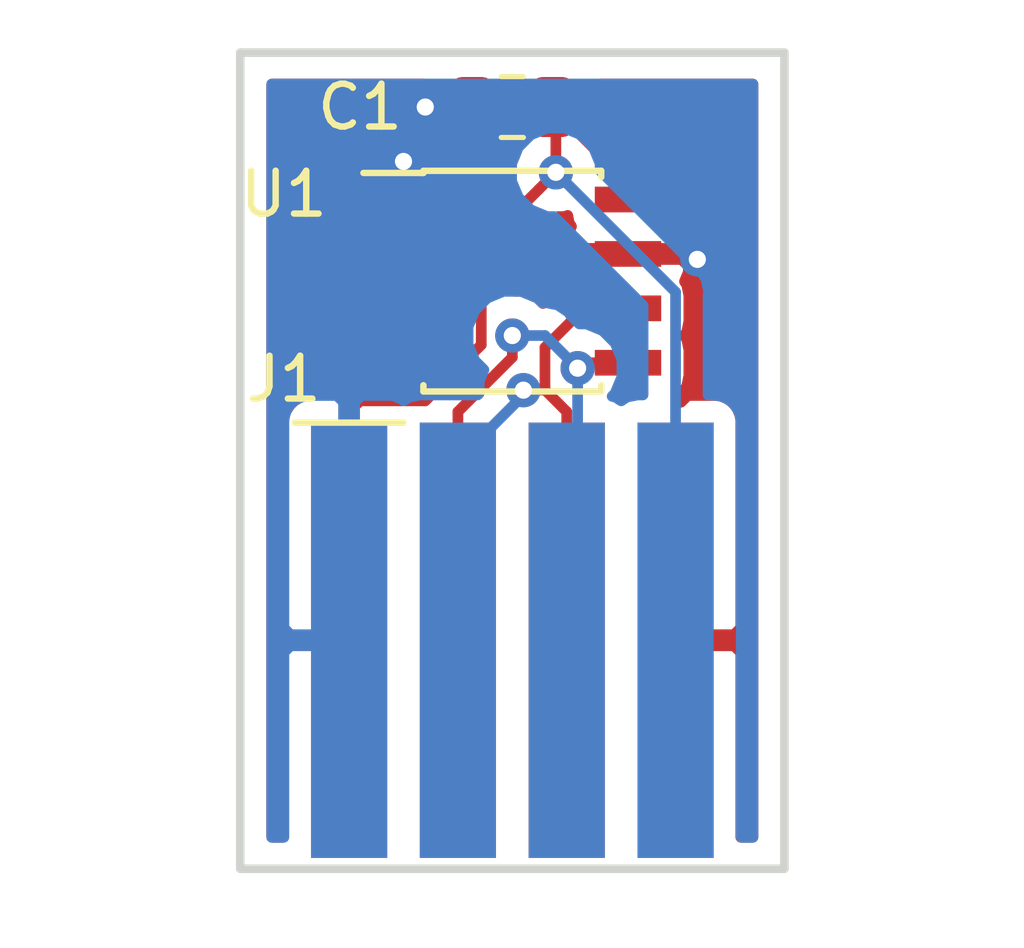
<source format=kicad_pcb>
(kicad_pcb (version 20171130) (host pcbnew 5.0.2+dfsg1-1+deb10u1)

  (general
    (thickness 1.6)
    (drawings 4)
    (tracks 45)
    (zones 0)
    (modules 3)
    (nets 5)
  )

  (page A4)
  (layers
    (0 F.Cu signal)
    (31 B.Cu signal)
    (32 B.Adhes user)
    (33 F.Adhes user)
    (34 B.Paste user)
    (35 F.Paste user)
    (36 B.SilkS user)
    (37 F.SilkS user)
    (38 B.Mask user)
    (39 F.Mask user)
    (40 Dwgs.User user)
    (41 Cmts.User user)
    (42 Eco1.User user)
    (43 Eco2.User user)
    (44 Edge.Cuts user)
    (45 Margin user)
    (46 B.CrtYd user)
    (47 F.CrtYd user)
    (48 B.Fab user)
    (49 F.Fab user)
  )

  (setup
    (last_trace_width 0.25)
    (trace_clearance 0.2)
    (zone_clearance 0.508)
    (zone_45_only no)
    (trace_min 0.2)
    (segment_width 0.2)
    (edge_width 0.15)
    (via_size 0.8)
    (via_drill 0.4)
    (via_min_size 0.4)
    (via_min_drill 0.3)
    (uvia_size 0.3)
    (uvia_drill 0.1)
    (uvias_allowed no)
    (uvia_min_size 0.2)
    (uvia_min_drill 0.1)
    (pcb_text_width 0.3)
    (pcb_text_size 1.5 1.5)
    (mod_edge_width 0.15)
    (mod_text_size 1 1)
    (mod_text_width 0.15)
    (pad_size 1.524 1.524)
    (pad_drill 0.762)
    (pad_to_mask_clearance 0.051)
    (solder_mask_min_width 0.25)
    (aux_axis_origin 0 0)
    (visible_elements FFFFFF7F)
    (pcbplotparams
      (layerselection 0x010fc_ffffffff)
      (usegerberextensions false)
      (usegerberattributes false)
      (usegerberadvancedattributes false)
      (creategerberjobfile false)
      (excludeedgelayer true)
      (linewidth 0.100000)
      (plotframeref false)
      (viasonmask false)
      (mode 1)
      (useauxorigin false)
      (hpglpennumber 1)
      (hpglpenspeed 20)
      (hpglpendiameter 15.000000)
      (psnegative false)
      (psa4output false)
      (plotreference true)
      (plotvalue true)
      (plotinvisibletext false)
      (padsonsilk false)
      (subtractmaskfromsilk false)
      (outputformat 1)
      (mirror false)
      (drillshape 1)
      (scaleselection 1)
      (outputdirectory ""))
  )

  (net 0 "")
  (net 1 3.3V)
  (net 2 GND)
  (net 3 SDA)
  (net 4 SCL)

  (net_class Default "This is the default net class."
    (clearance 0.2)
    (trace_width 0.25)
    (via_dia 0.8)
    (via_drill 0.4)
    (uvia_dia 0.3)
    (uvia_drill 0.1)
    (add_net 3.3V)
    (add_net GND)
    (add_net SCL)
    (add_net SDA)
  )

  (module Capacitor_SMD:C_0805_2012Metric (layer F.Cu) (tedit 5B36C52B) (tstamp 64A2B5B3)
    (at 127 68.834 180)
    (descr "Capacitor SMD 0805 (2012 Metric), square (rectangular) end terminal, IPC_7351 nominal, (Body size source: https://docs.google.com/spreadsheets/d/1BsfQQcO9C6DZCsRaXUlFlo91Tg2WpOkGARC1WS5S8t0/edit?usp=sharing), generated with kicad-footprint-generator")
    (tags capacitor)
    (path /648A2D4D)
    (attr smd)
    (fp_text reference C1 (at 3.556 0 180) (layer F.SilkS)
      (effects (font (size 1 1) (thickness 0.15)))
    )
    (fp_text value C (at 0 1.65 180) (layer F.Fab)
      (effects (font (size 1 1) (thickness 0.15)))
    )
    (fp_line (start -1 0.6) (end -1 -0.6) (layer F.Fab) (width 0.1))
    (fp_line (start -1 -0.6) (end 1 -0.6) (layer F.Fab) (width 0.1))
    (fp_line (start 1 -0.6) (end 1 0.6) (layer F.Fab) (width 0.1))
    (fp_line (start 1 0.6) (end -1 0.6) (layer F.Fab) (width 0.1))
    (fp_line (start -0.258578 -0.71) (end 0.258578 -0.71) (layer F.SilkS) (width 0.12))
    (fp_line (start -0.258578 0.71) (end 0.258578 0.71) (layer F.SilkS) (width 0.12))
    (fp_line (start -1.68 0.95) (end -1.68 -0.95) (layer F.CrtYd) (width 0.05))
    (fp_line (start -1.68 -0.95) (end 1.68 -0.95) (layer F.CrtYd) (width 0.05))
    (fp_line (start 1.68 -0.95) (end 1.68 0.95) (layer F.CrtYd) (width 0.05))
    (fp_line (start 1.68 0.95) (end -1.68 0.95) (layer F.CrtYd) (width 0.05))
    (fp_text user %R (at 0 0 180) (layer F.Fab)
      (effects (font (size 0.5 0.5) (thickness 0.08)))
    )
    (pad 1 smd roundrect (at -0.9375 0 180) (size 0.975 1.4) (layers F.Cu F.Paste F.Mask) (roundrect_rratio 0.25)
      (net 1 3.3V))
    (pad 2 smd roundrect (at 0.9375 0 180) (size 0.975 1.4) (layers F.Cu F.Paste F.Mask) (roundrect_rratio 0.25)
      (net 2 GND))
    (model ${KISYS3DMOD}/Capacitor_SMD.3dshapes/C_0805_2012Metric.wrl
      (at (xyz 0 0 0))
      (scale (xyz 1 1 1))
      (rotate (xyz 0 0 0))
    )
  )

  (module Package_SO:SOIC-8_3.9x4.9mm_P1.27mm (layer F.Cu) (tedit 5A02F2D3) (tstamp 64A2B511)
    (at 127 72.898)
    (descr "8-Lead Plastic Small Outline (SN) - Narrow, 3.90 mm Body [SOIC] (see Microchip Packaging Specification http://ww1.microchip.com/downloads/en/PackagingSpec/00000049BQ.pdf)")
    (tags "SOIC 1.27")
    (path /648A2D0B)
    (attr smd)
    (fp_text reference U1 (at -5.334 -2.032) (layer F.SilkS)
      (effects (font (size 1 1) (thickness 0.15)))
    )
    (fp_text value 24LC32 (at 0 3.5) (layer F.Fab)
      (effects (font (size 1 1) (thickness 0.15)))
    )
    (fp_text user %R (at 0 0) (layer F.Fab)
      (effects (font (size 1 1) (thickness 0.15)))
    )
    (fp_line (start -0.95 -2.45) (end 1.95 -2.45) (layer F.Fab) (width 0.1))
    (fp_line (start 1.95 -2.45) (end 1.95 2.45) (layer F.Fab) (width 0.1))
    (fp_line (start 1.95 2.45) (end -1.95 2.45) (layer F.Fab) (width 0.1))
    (fp_line (start -1.95 2.45) (end -1.95 -1.45) (layer F.Fab) (width 0.1))
    (fp_line (start -1.95 -1.45) (end -0.95 -2.45) (layer F.Fab) (width 0.1))
    (fp_line (start -3.73 -2.7) (end -3.73 2.7) (layer F.CrtYd) (width 0.05))
    (fp_line (start 3.73 -2.7) (end 3.73 2.7) (layer F.CrtYd) (width 0.05))
    (fp_line (start -3.73 -2.7) (end 3.73 -2.7) (layer F.CrtYd) (width 0.05))
    (fp_line (start -3.73 2.7) (end 3.73 2.7) (layer F.CrtYd) (width 0.05))
    (fp_line (start -2.075 -2.575) (end -2.075 -2.525) (layer F.SilkS) (width 0.15))
    (fp_line (start 2.075 -2.575) (end 2.075 -2.43) (layer F.SilkS) (width 0.15))
    (fp_line (start 2.075 2.575) (end 2.075 2.43) (layer F.SilkS) (width 0.15))
    (fp_line (start -2.075 2.575) (end -2.075 2.43) (layer F.SilkS) (width 0.15))
    (fp_line (start -2.075 -2.575) (end 2.075 -2.575) (layer F.SilkS) (width 0.15))
    (fp_line (start -2.075 2.575) (end 2.075 2.575) (layer F.SilkS) (width 0.15))
    (fp_line (start -2.075 -2.525) (end -3.475 -2.525) (layer F.SilkS) (width 0.15))
    (pad 1 smd rect (at -2.7 -1.905) (size 1.55 0.6) (layers F.Cu F.Paste F.Mask)
      (net 2 GND))
    (pad 2 smd rect (at -2.7 -0.635) (size 1.55 0.6) (layers F.Cu F.Paste F.Mask)
      (net 2 GND))
    (pad 3 smd rect (at -2.7 0.635) (size 1.55 0.6) (layers F.Cu F.Paste F.Mask)
      (net 2 GND))
    (pad 4 smd rect (at -2.7 1.905) (size 1.55 0.6) (layers F.Cu F.Paste F.Mask)
      (net 2 GND))
    (pad 5 smd rect (at 2.7 1.905) (size 1.55 0.6) (layers F.Cu F.Paste F.Mask)
      (net 3 SDA))
    (pad 6 smd rect (at 2.7 0.635) (size 1.55 0.6) (layers F.Cu F.Paste F.Mask)
      (net 4 SCL))
    (pad 7 smd rect (at 2.7 -0.635) (size 1.55 0.6) (layers F.Cu F.Paste F.Mask)
      (net 2 GND))
    (pad 8 smd rect (at 2.7 -1.905) (size 1.55 0.6) (layers F.Cu F.Paste F.Mask)
      (net 1 3.3V))
    (model ${KISYS3DMOD}/Package_SO.3dshapes/SOIC-8_3.9x4.9mm_P1.27mm.wrl
      (at (xyz 0 0 0))
      (scale (xyz 1 1 1))
      (rotate (xyz 0 0 0))
    )
  )

  (module AaronAudio:e3prom_card_edge (layer F.Cu) (tedit 648A3199) (tstamp 64A2BC57)
    (at 127 76.2)
    (path /648A3071)
    (fp_text reference J1 (at -5.334 -1.016) (layer F.SilkS)
      (effects (font (size 1 1) (thickness 0.15)))
    )
    (fp_text value Conn_02x04_Counter_Clockwise (at 0 11.43) (layer F.Fab)
      (effects (font (size 1 1) (thickness 0.15)))
    )
    (fp_line (start -5.08 0) (end -2.54 0) (layer F.SilkS) (width 0.15))
    (pad 1 smd rect (at -3.81 5.08) (size 1.778 10.16) (layers F.Cu F.Mask)
      (net 1 3.3V))
    (pad 2 smd rect (at -1.27 5.08) (size 1.778 10.16) (layers F.Cu F.Mask)
      (net 3 SDA))
    (pad 3 smd rect (at 1.27 5.08) (size 1.778 10.16) (layers F.Cu F.Mask)
      (net 4 SCL))
    (pad 4 smd rect (at 3.81 5.08) (size 1.778 10.16) (layers F.Cu F.Mask)
      (net 2 GND))
    (pad 5 smd rect (at 3.81 5.08) (size 1.778 10.16) (layers B.Cu B.Mask)
      (net 1 3.3V))
    (pad 6 smd rect (at 1.27 5.08) (size 1.778 10.16) (layers B.Cu B.Mask)
      (net 3 SDA))
    (pad 7 smd rect (at -1.27 5.08) (size 1.778 10.16) (layers B.Cu B.Mask)
      (net 4 SCL))
    (pad 8 smd rect (at -3.81 5.08) (size 1.778 10.16) (layers B.Cu B.Mask)
      (net 2 GND))
  )

  (gr_line (start 120.65 67.564) (end 120.65 86.614) (layer Edge.Cuts) (width 0.2))
  (gr_line (start 133.35 67.564) (end 120.65 67.564) (layer Edge.Cuts) (width 0.2))
  (gr_line (start 133.35 86.614) (end 133.35 67.564) (layer Edge.Cuts) (width 0.2))
  (gr_line (start 120.65 86.614) (end 133.35 86.614) (layer Edge.Cuts) (width 0.2))

  (via (at 128.016 70.358) (size 0.8) (drill 0.4) (layers F.Cu B.Cu) (net 1))
  (segment (start 130.81 81.28) (end 130.81 73.152) (width 0.25) (layer B.Cu) (net 1))
  (segment (start 130.81 73.152) (end 128.016 70.358) (width 0.25) (layer B.Cu) (net 1))
  (segment (start 128.016 68.9125) (end 127.9375 68.834) (width 0.25) (layer F.Cu) (net 1))
  (segment (start 128.016 70.358) (end 128.016 68.9125) (width 0.25) (layer F.Cu) (net 1))
  (segment (start 129.7 70.5965) (end 129.7 70.993) (width 0.25) (layer F.Cu) (net 1))
  (segment (start 127.9375 68.834) (end 129.7 70.5965) (width 0.25) (layer F.Cu) (net 1))
  (segment (start 123.19 75.95) (end 123.448 75.692) (width 0.25) (layer F.Cu) (net 1))
  (segment (start 123.19 81.28) (end 123.19 75.95) (width 0.25) (layer F.Cu) (net 1))
  (segment (start 123.448 75.692) (end 124.968 75.692) (width 0.25) (layer F.Cu) (net 1))
  (segment (start 127.616001 70.757999) (end 128.016 70.358) (width 0.25) (layer F.Cu) (net 1))
  (segment (start 126.274999 74.385001) (end 126.274999 72.099001) (width 0.25) (layer F.Cu) (net 1))
  (segment (start 126.274999 72.099001) (end 127.616001 70.757999) (width 0.25) (layer F.Cu) (net 1))
  (segment (start 124.968 75.692) (end 126.274999 74.385001) (width 0.25) (layer F.Cu) (net 1))
  (segment (start 124.3 70.993) (end 124.3 74.803) (width 0.25) (layer F.Cu) (net 2))
  (via (at 124.46 70.104) (size 0.8) (drill 0.4) (layers F.Cu B.Cu) (net 2))
  (segment (start 124.3 70.993) (end 124.3 70.264) (width 0.25) (layer F.Cu) (net 2))
  (segment (start 124.3 70.264) (end 124.46 70.104) (width 0.25) (layer F.Cu) (net 2))
  (via (at 124.968 68.834) (size 0.8) (drill 0.4) (layers F.Cu B.Cu) (net 2))
  (segment (start 126.0625 68.834) (end 124.968 68.834) (width 0.25) (layer F.Cu) (net 2))
  (via (at 131.318 72.39) (size 0.8) (drill 0.4) (layers F.Cu B.Cu) (net 2))
  (segment (start 129.7 72.263) (end 131.191 72.263) (width 0.25) (layer F.Cu) (net 2))
  (segment (start 131.191 72.263) (end 131.318 72.39) (width 0.25) (layer F.Cu) (net 2))
  (via (at 128.524 74.93) (size 0.8) (drill 0.4) (layers F.Cu B.Cu) (net 3))
  (segment (start 129.7 74.803) (end 128.651 74.803) (width 0.25) (layer F.Cu) (net 3))
  (segment (start 128.651 74.803) (end 128.524 74.93) (width 0.25) (layer F.Cu) (net 3))
  (segment (start 128.524 81.026) (end 128.27 81.28) (width 0.25) (layer B.Cu) (net 3))
  (segment (start 128.524 74.93) (end 128.524 81.026) (width 0.25) (layer B.Cu) (net 3))
  (via (at 127 74.168) (size 0.8) (drill 0.4) (layers F.Cu B.Cu) (net 3))
  (segment (start 127.762 74.168) (end 128.524 74.93) (width 0.25) (layer B.Cu) (net 3))
  (segment (start 127 74.168) (end 127.762 74.168) (width 0.25) (layer B.Cu) (net 3))
  (segment (start 125.73 75.946) (end 127 74.676) (width 0.25) (layer F.Cu) (net 3))
  (segment (start 125.73 81.28) (end 125.73 75.946) (width 0.25) (layer F.Cu) (net 3))
  (segment (start 127 74.676) (end 127 74.168) (width 0.25) (layer F.Cu) (net 3))
  (segment (start 128.27 75.946) (end 128.27 81.28) (width 0.25) (layer F.Cu) (net 4))
  (segment (start 127.762 75.438) (end 128.27 75.946) (width 0.25) (layer F.Cu) (net 4))
  (segment (start 127.762 74.446) (end 127.762 75.438) (width 0.25) (layer F.Cu) (net 4))
  (segment (start 129.7 73.533) (end 128.675 73.533) (width 0.25) (layer F.Cu) (net 4))
  (segment (start 128.675 73.533) (end 127.762 74.446) (width 0.25) (layer F.Cu) (net 4))
  (segment (start 125.73 77.089) (end 127.25866 75.56034) (width 0.25) (layer B.Cu) (net 4))
  (segment (start 127.25866 75.56034) (end 127.25866 75.44266) (width 0.25) (layer B.Cu) (net 4))
  (segment (start 125.73 81.28) (end 125.73 77.089) (width 0.25) (layer B.Cu) (net 4))
  (segment (start 127.26332 75.438) (end 127.25866 75.44266) (width 0.25) (layer F.Cu) (net 4))
  (segment (start 127.762 75.438) (end 127.26332 75.438) (width 0.25) (layer F.Cu) (net 4))
  (via (at 127.25866 75.44266) (size 0.8) (drill 0.4) (layers F.Cu B.Cu) (net 4))

  (zone (net 2) (net_name GND) (layer F.Cu) (tstamp 0) (hatch edge 0.508)
    (connect_pads (clearance 0.508))
    (min_thickness 0.254)
    (fill yes (arc_segments 16) (thermal_gap 0.508) (thermal_bridge_width 0.508))
    (polygon
      (pts
        (xy 120.65 67.564) (xy 133.35 67.564) (xy 133.35 86.614) (xy 120.65 86.614)
      )
    )
    (filled_polygon
      (pts
        (xy 132.615 85.879) (xy 132.334 85.879) (xy 132.334 81.56575) (xy 132.17525 81.407) (xy 130.937 81.407)
        (xy 130.937 81.427) (xy 130.683 81.427) (xy 130.683 81.407) (xy 130.663 81.407) (xy 130.663 81.153)
        (xy 130.683 81.153) (xy 130.683 81.133) (xy 130.937 81.133) (xy 130.937 81.153) (xy 132.17525 81.153)
        (xy 132.334 80.99425) (xy 132.334 76.07369) (xy 132.237327 75.840301) (xy 132.058698 75.661673) (xy 131.825309 75.565)
        (xy 131.09575 75.565) (xy 130.937002 75.723748) (xy 130.937002 75.565) (xy 130.926537 75.565) (xy 130.932809 75.560809)
        (xy 131.073157 75.350765) (xy 131.12244 75.103) (xy 131.12244 74.503) (xy 131.073157 74.255235) (xy 131.014868 74.168)
        (xy 131.073157 74.080765) (xy 131.12244 73.833) (xy 131.12244 73.233) (xy 131.073157 72.985235) (xy 131.020232 72.906028)
        (xy 131.11 72.68931) (xy 131.11 72.54875) (xy 130.95125 72.39) (xy 129.827 72.39) (xy 129.827 72.41)
        (xy 129.573 72.41) (xy 129.573 72.39) (xy 128.44875 72.39) (xy 128.29 72.54875) (xy 128.29 72.68931)
        (xy 128.350633 72.835691) (xy 128.127071 72.985071) (xy 128.084671 73.048527) (xy 127.714455 73.418744) (xy 127.58628 73.290569)
        (xy 127.205874 73.133) (xy 127.034999 73.133) (xy 127.034999 72.413802) (xy 128.055802 71.393) (xy 128.221874 71.393)
        (xy 128.291698 71.364078) (xy 128.326843 71.540765) (xy 128.379768 71.619972) (xy 128.29 71.83669) (xy 128.29 71.97725)
        (xy 128.44875 72.136) (xy 129.573 72.136) (xy 129.573 72.116) (xy 129.827 72.116) (xy 129.827 72.136)
        (xy 130.95125 72.136) (xy 131.11 71.97725) (xy 131.11 71.83669) (xy 131.020232 71.619972) (xy 131.073157 71.540765)
        (xy 131.12244 71.293) (xy 131.12244 70.693) (xy 131.073157 70.445235) (xy 130.932809 70.235191) (xy 130.722765 70.094843)
        (xy 130.475 70.04556) (xy 130.243423 70.04556) (xy 130.184476 70.006173) (xy 129.07244 68.894138) (xy 129.07244 68.37775)
        (xy 129.056776 68.299) (xy 132.615001 68.299)
      )
    )
    (filled_polygon
      (pts
        (xy 124.94 68.54825) (xy 125.09875 68.707) (xy 125.9355 68.707) (xy 125.9355 68.687) (xy 126.1895 68.687)
        (xy 126.1895 68.707) (xy 126.2095 68.707) (xy 126.2095 68.961) (xy 126.1895 68.961) (xy 126.1895 70.01025)
        (xy 126.34825 70.169) (xy 126.676309 70.169) (xy 126.909698 70.072327) (xy 127.062793 69.919233) (xy 127.063584 69.920416)
        (xy 127.074074 69.927425) (xy 126.981 70.152126) (xy 126.981 70.318198) (xy 125.790527 71.508672) (xy 125.727071 71.551072)
        (xy 125.684671 71.614528) (xy 125.68467 71.614529) (xy 125.6435 71.676145) (xy 125.623558 71.628) (xy 125.71 71.41931)
        (xy 125.71 71.27875) (xy 125.55125 71.12) (xy 124.427 71.12) (xy 124.427 72.136) (xy 124.447 72.136)
        (xy 124.447 72.39) (xy 124.427 72.39) (xy 124.427 73.406) (xy 124.447 73.406) (xy 124.447 73.66)
        (xy 124.427 73.66) (xy 124.427 74.676) (xy 124.447 74.676) (xy 124.447 74.93) (xy 124.427 74.93)
        (xy 124.427 74.932) (xy 124.173 74.932) (xy 124.173 74.93) (xy 123.512791 74.93) (xy 123.447999 74.917112)
        (xy 123.383207 74.93) (xy 123.04875 74.93) (xy 122.89 75.08875) (xy 122.89 75.159143) (xy 122.857669 75.20753)
        (xy 122.705528 75.359671) (xy 122.642072 75.402071) (xy 122.599672 75.465527) (xy 122.599671 75.465528) (xy 122.541518 75.55256)
        (xy 122.301 75.55256) (xy 122.053235 75.601843) (xy 121.843191 75.742191) (xy 121.702843 75.952235) (xy 121.65356 76.2)
        (xy 121.65356 85.879) (xy 121.385 85.879) (xy 121.385 73.81875) (xy 122.89 73.81875) (xy 122.89 73.95931)
        (xy 122.976442 74.168) (xy 122.89 74.37669) (xy 122.89 74.51725) (xy 123.04875 74.676) (xy 124.173 74.676)
        (xy 124.173 73.66) (xy 123.04875 73.66) (xy 122.89 73.81875) (xy 121.385 73.81875) (xy 121.385 72.54875)
        (xy 122.89 72.54875) (xy 122.89 72.68931) (xy 122.976442 72.898) (xy 122.89 73.10669) (xy 122.89 73.24725)
        (xy 123.04875 73.406) (xy 124.173 73.406) (xy 124.173 72.39) (xy 123.04875 72.39) (xy 122.89 72.54875)
        (xy 121.385 72.54875) (xy 121.385 71.27875) (xy 122.89 71.27875) (xy 122.89 71.41931) (xy 122.976442 71.628)
        (xy 122.89 71.83669) (xy 122.89 71.97725) (xy 123.04875 72.136) (xy 124.173 72.136) (xy 124.173 71.12)
        (xy 123.04875 71.12) (xy 122.89 71.27875) (xy 121.385 71.27875) (xy 121.385 70.56669) (xy 122.89 70.56669)
        (xy 122.89 70.70725) (xy 123.04875 70.866) (xy 124.173 70.866) (xy 124.173 70.21675) (xy 124.427 70.21675)
        (xy 124.427 70.866) (xy 125.55125 70.866) (xy 125.71 70.70725) (xy 125.71 70.56669) (xy 125.613327 70.333301)
        (xy 125.449025 70.169) (xy 125.77675 70.169) (xy 125.9355 70.01025) (xy 125.9355 68.961) (xy 125.09875 68.961)
        (xy 124.94 69.11975) (xy 124.94 69.66031) (xy 125.036673 69.893699) (xy 125.200975 70.058) (xy 124.58575 70.058)
        (xy 124.427 70.21675) (xy 124.173 70.21675) (xy 124.01425 70.058) (xy 123.398691 70.058) (xy 123.165302 70.154673)
        (xy 122.986673 70.333301) (xy 122.89 70.56669) (xy 121.385 70.56669) (xy 121.385 68.299) (xy 124.94 68.299)
      )
    )
  )
  (zone (net 2) (net_name GND) (layer B.Cu) (tstamp 0) (hatch edge 0.508)
    (connect_pads (clearance 0.508))
    (min_thickness 0.254)
    (fill yes (arc_segments 16) (thermal_gap 0.508) (thermal_bridge_width 0.508))
    (polygon
      (pts
        (xy 133.35 67.564) (xy 120.65 67.564) (xy 120.65 86.614) (xy 133.35 86.614)
      )
    )
    (filled_polygon
      (pts
        (xy 132.615 85.879) (xy 132.34644 85.879) (xy 132.34644 76.2) (xy 132.297157 75.952235) (xy 132.156809 75.742191)
        (xy 131.946765 75.601843) (xy 131.699 75.55256) (xy 131.57 75.55256) (xy 131.57 73.226848) (xy 131.584888 73.152)
        (xy 131.57 73.077152) (xy 131.57 73.077148) (xy 131.525904 72.855463) (xy 131.525904 72.855462) (xy 131.400329 72.667527)
        (xy 131.357929 72.604071) (xy 131.294473 72.561671) (xy 129.051 70.318199) (xy 129.051 70.152126) (xy 128.893431 69.77172)
        (xy 128.60228 69.480569) (xy 128.221874 69.323) (xy 127.810126 69.323) (xy 127.42972 69.480569) (xy 127.138569 69.77172)
        (xy 126.981 70.152126) (xy 126.981 70.563874) (xy 127.138569 70.94428) (xy 127.42972 71.235431) (xy 127.810126 71.393)
        (xy 127.976199 71.393) (xy 130.050001 73.466803) (xy 130.050001 75.55256) (xy 129.921 75.55256) (xy 129.673235 75.601843)
        (xy 129.54 75.690868) (xy 129.406765 75.601843) (xy 129.330949 75.586762) (xy 129.401431 75.51628) (xy 129.559 75.135874)
        (xy 129.559 74.724126) (xy 129.401431 74.34372) (xy 129.11028 74.052569) (xy 128.729874 73.895) (xy 128.563801 73.895)
        (xy 128.352331 73.68353) (xy 128.309929 73.620071) (xy 128.058537 73.452096) (xy 127.836852 73.408) (xy 127.836847 73.408)
        (xy 127.762 73.393112) (xy 127.700964 73.405253) (xy 127.58628 73.290569) (xy 127.205874 73.133) (xy 126.794126 73.133)
        (xy 126.41372 73.290569) (xy 126.122569 73.58172) (xy 125.965 73.962126) (xy 125.965 74.373874) (xy 126.122569 74.75428)
        (xy 126.335374 74.967085) (xy 126.22366 75.236786) (xy 126.22366 75.520538) (xy 126.191638 75.55256) (xy 124.841 75.55256)
        (xy 124.593235 75.601843) (xy 124.464732 75.687707) (xy 124.438698 75.661673) (xy 124.205309 75.565) (xy 123.47575 75.565)
        (xy 123.317 75.72375) (xy 123.317 81.153) (xy 123.337 81.153) (xy 123.337 81.407) (xy 123.317 81.407)
        (xy 123.317 81.427) (xy 123.063 81.427) (xy 123.063 81.407) (xy 121.82475 81.407) (xy 121.666 81.56575)
        (xy 121.666 85.879) (xy 121.385 85.879) (xy 121.385 76.07369) (xy 121.666 76.07369) (xy 121.666 80.99425)
        (xy 121.82475 81.153) (xy 123.063 81.153) (xy 123.063 75.72375) (xy 122.90425 75.565) (xy 122.174691 75.565)
        (xy 121.941302 75.661673) (xy 121.762673 75.840301) (xy 121.666 76.07369) (xy 121.385 76.07369) (xy 121.385 68.299)
        (xy 132.615001 68.299)
      )
    )
  )
)

</source>
